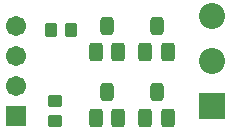
<source format=gts>
%FSLAX24Y24*%
%MOIN*%
%SFA1B1*%

%IPPOS*%
%AMD24*
4,1,8,0.008800,0.031500,-0.008800,0.031500,-0.021700,0.018600,-0.021700,-0.018600,-0.008800,-0.031500,0.008800,-0.031500,0.021700,-0.018600,0.021700,0.018600,0.008800,0.031500,0.0*
1,1,0.025800,0.008800,0.018600*
1,1,0.025800,-0.008800,0.018600*
1,1,0.025800,-0.008800,-0.018600*
1,1,0.025800,0.008800,-0.018600*
%
%AMD25*
4,1,8,0.009900,0.031500,-0.009900,0.031500,-0.023700,0.017700,-0.023700,-0.017700,-0.009900,-0.031500,0.009900,-0.031500,0.023700,-0.017700,0.023700,0.017700,0.009900,0.031500,0.0*
1,1,0.027600,0.009900,0.017700*
1,1,0.027600,-0.009900,0.017700*
1,1,0.027600,-0.009900,-0.017700*
1,1,0.027600,0.009900,-0.017700*
%
%AMD26*
4,1,8,0.015000,0.021700,-0.015000,0.021700,-0.020700,0.016000,-0.020700,-0.016000,-0.015000,-0.021700,0.015000,-0.021700,0.020700,-0.016000,0.020700,0.016000,0.015000,0.021700,0.0*
1,1,0.011400,0.015000,0.016000*
1,1,0.011400,-0.015000,0.016000*
1,1,0.011400,-0.015000,-0.016000*
1,1,0.011400,0.015000,-0.016000*
%
%AMD27*
4,1,8,-0.021700,0.015000,-0.021700,-0.015000,-0.016000,-0.020700,0.016000,-0.020700,0.021700,-0.015000,0.021700,0.015000,0.016000,0.020700,-0.016000,0.020700,-0.021700,0.015000,0.0*
1,1,0.011400,-0.016000,0.015000*
1,1,0.011400,-0.016000,-0.015000*
1,1,0.011400,0.016000,-0.015000*
1,1,0.011400,0.016000,0.015000*
%
G04~CAMADD=24~8~0.0~0.0~434.0~631.0~129.0~0.0~15~0.0~0.0~0.0~0.0~0~0.0~0.0~0.0~0.0~0~0.0~0.0~0.0~0.0~434.0~631.0*
%ADD24D24*%
G04~CAMADD=25~8~0.0~0.0~474.0~631.0~138.0~0.0~15~0.0~0.0~0.0~0.0~0~0.0~0.0~0.0~0.0~0~0.0~0.0~0.0~0.0~474.0~631.0*
%ADD25D25*%
G04~CAMADD=26~8~0.0~0.0~415.0~434.0~57.0~0.0~15~0.0~0.0~0.0~0.0~0~0.0~0.0~0.0~0.0~0~0.0~0.0~0.0~0.0~415.0~434.0*
%ADD26D26*%
G04~CAMADD=27~8~0.0~0.0~415.0~434.0~57.0~0.0~15~0.0~0.0~0.0~0.0~0~0.0~0.0~0.0~0.0~0~0.0~0.0~0.0~90.0~434.0~414.0*
%ADD27D27*%
%ADD28C,0.086700*%
%ADD29R,0.086700X0.086700*%
%ADD30R,0.067100X0.067100*%
%ADD31C,0.067100*%
%LNpcb1-1*%
%LPD*%
G54D24*
X13650Y13783D03*
X15300Y11583D03*
Y13783D03*
X13650Y11583D03*
G54D25*
X14024Y12917D03*
X13276D03*
X15674Y10717D03*
X14926D03*
X15674Y12917D03*
X14926D03*
X14024Y10717D03*
X13276D03*
G54D26*
X11765Y13650D03*
X12435D03*
G54D27*
X11900Y10615D03*
Y11285D03*
G54D28*
X17150Y12624D03*
Y14124D03*
G54D29*
X17150Y11124D03*
G54D30*
X10600Y10800D03*
G54D31*
X10600Y11800D03*
Y12800D03*
Y13800D03*
M02*
</source>
